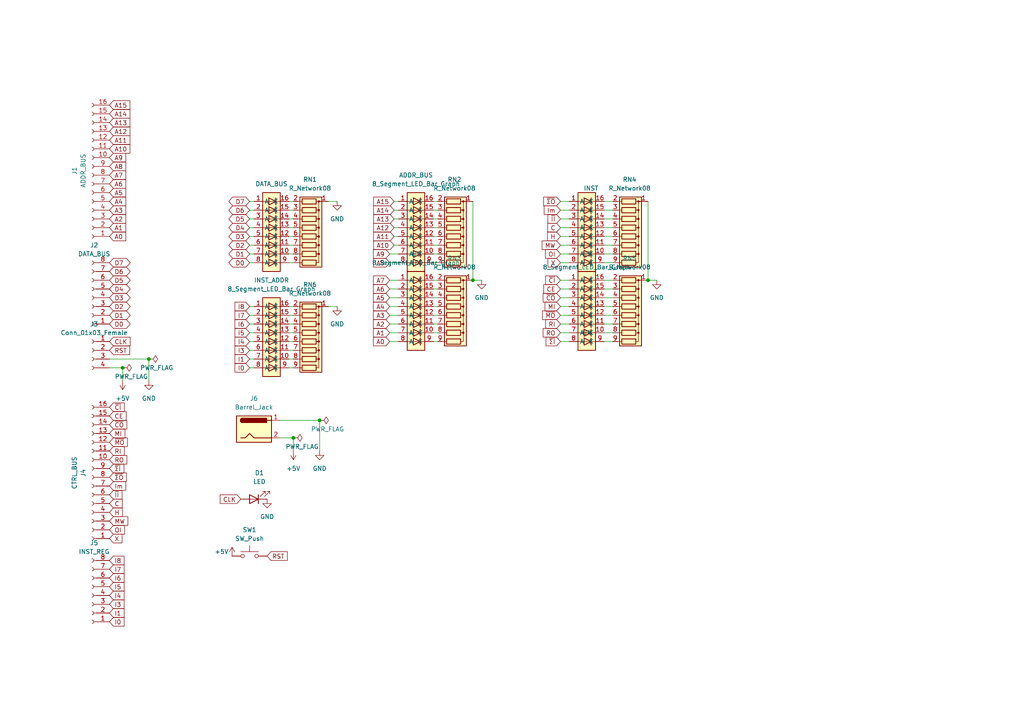
<source format=kicad_sch>
(kicad_sch (version 20211123) (generator eeschema)
  (paper "A4")
  (lib_symbols
    (symbol "Connector:Barrel_Jack" (pin_names (offset 1.016))
      (property "Reference" "J" (at 0 5.334 0))
      (property "Value" "Barrel_Jack" (at 0 -5.08 0))
      (symbol "Barrel_Jack_0_1"
        (rectangle (start -5.08 3.81) (end 5.08 -3.81) (stroke (width 0.254)) (fill (type background)))
        (arc (start -3.302 3.175) (mid -3.937 2.54) (end -3.302 1.905) (stroke (width 0.254)))
        (arc (start -3.302 3.175) (mid -3.937 2.54) (end -3.302 1.905) (stroke (width 0.254)) (fill (type outline)))
        (polyline (pts (xy 5.08 2.54) (xy 3.81 2.54)) (stroke (width 0.254)))
        (polyline (pts (xy -3.81 -2.54) (xy -2.54 -2.54) (xy -1.27 -1.27) (xy 0 -2.54) (xy 2.54 -2.54) (xy 5.08 -2.54)) (stroke (width 0.254)))
        (rectangle (start 3.683 3.175) (end -3.302 1.905) (stroke (width 0.254)) (fill (type outline)))
      )
      (symbol "Barrel_Jack_1_1"
        (pin passive line (at 7.62 2.54 180) (length 2.54) (name "~") (number "1"))
        (pin passive line (at 7.62 -2.54 180) (length 2.54) (name "~") (number "2"))
      )
    )
    (symbol "Connector:Conn_01x04_Female" (pin_names (offset 1.016) hide)
      (property "Reference" "J" (at 0 5.08 0))
      (property "Value" "Conn_01x04_Female" (at 0 -7.62 0))
      (symbol "Conn_01x04_Female_1_1"
        (arc (start 0 -4.572) (mid -0.508 -5.08) (end 0 -5.588) (stroke (width 0.1524)))
        (arc (start 0 -2.032) (mid -0.508 -2.54) (end 0 -3.048) (stroke (width 0.1524)))
        (polyline (pts (xy -1.27 -5.08) (xy -0.508 -5.08)) (stroke (width 0.1524)))
        (polyline (pts (xy -1.27 -2.54) (xy -0.508 -2.54)) (stroke (width 0.1524)))
        (polyline (pts (xy -1.27 0) (xy -0.508 0)) (stroke (width 0.1524)))
        (polyline (pts (xy -1.27 2.54) (xy -0.508 2.54)) (stroke (width 0.1524)))
        (arc (start 0 0.508) (mid -0.508 0) (end 0 -0.508) (stroke (width 0.1524)))
        (arc (start 0 3.048) (mid -0.508 2.54) (end 0 2.032) (stroke (width 0.1524)))
        (pin passive line (at -5.08 2.54 0) (length 3.81) (name "Pin_1") (number "1"))
        (pin passive line (at -5.08 0 0) (length 3.81) (name "Pin_2") (number "2"))
        (pin passive line (at -5.08 -2.54 0) (length 3.81) (name "Pin_3") (number "3"))
        (pin passive line (at -5.08 -5.08 0) (length 3.81) (name "Pin_4") (number "4"))
      )
    )
    (symbol "Connector:Conn_01x08_Female" (pin_names (offset 1.016) hide)
      (property "Reference" "J" (at 0 10.16 0))
      (property "Value" "Conn_01x08_Female" (at 0 -12.7 0))
      (symbol "Conn_01x08_Female_1_1"
        (arc (start 0 -9.652) (mid -0.508 -10.16) (end 0 -10.668) (stroke (width 0.1524)))
        (arc (start 0 -7.112) (mid -0.508 -7.62) (end 0 -8.128) (stroke (width 0.1524)))
        (arc (start 0 -4.572) (mid -0.508 -5.08) (end 0 -5.588) (stroke (width 0.1524)))
        (arc (start 0 -2.032) (mid -0.508 -2.54) (end 0 -3.048) (stroke (width 0.1524)))
        (polyline (pts (xy -1.27 -10.16) (xy -0.508 -10.16)) (stroke (width 0.1524)))
        (polyline (pts (xy -1.27 -7.62) (xy -0.508 -7.62)) (stroke (width 0.1524)))
        (polyline (pts (xy -1.27 -5.08) (xy -0.508 -5.08)) (stroke (width 0.1524)))
        (polyline (pts (xy -1.27 -2.54) (xy -0.508 -2.54)) (stroke (width 0.1524)))
        (polyline (pts (xy -1.27 0) (xy -0.508 0)) (stroke (width 0.1524)))
        (polyline (pts (xy -1.27 2.54) (xy -0.508 2.54)) (stroke (width 0.1524)))
        (polyline (pts (xy -1.27 5.08) (xy -0.508 5.08)) (stroke (width 0.1524)))
        (polyline (pts (xy -1.27 7.62) (xy -0.508 7.62)) (stroke (width 0.1524)))
        (arc (start 0 0.508) (mid -0.508 0) (end 0 -0.508) (stroke (width 0.1524)))
        (arc (start 0 3.048) (mid -0.508 2.54) (end 0 2.032) (stroke (width 0.1524)))
        (arc (start 0 5.588) (mid -0.508 5.08) (end 0 4.572) (stroke (width 0.1524)))
        (arc (start 0 8.128) (mid -0.508 7.62) (end 0 7.112) (stroke (width 0.1524)))
        (pin passive line (at -5.08 7.62 0) (length 3.81) (name "Pin_1") (number "1"))
        (pin passive line (at -5.08 5.08 0) (length 3.81) (name "Pin_2") (number "2"))
        (pin passive line (at -5.08 2.54 0) (length 3.81) (name "Pin_3") (number "3"))
        (pin passive line (at -5.08 0 0) (length 3.81) (name "Pin_4") (number "4"))
        (pin passive line (at -5.08 -2.54 0) (length 3.81) (name "Pin_5") (number "5"))
        (pin passive line (at -5.08 -5.08 0) (length 3.81) (name "Pin_6") (number "6"))
        (pin passive line (at -5.08 -7.62 0) (length 3.81) (name "Pin_7") (number "7"))
        (pin passive line (at -5.08 -10.16 0) (length 3.81) (name "Pin_8") (number "8"))
      )
    )
    (symbol "Connector:Conn_01x16_Female" (pin_names (offset 1.016) hide)
      (property "Reference" "J" (at 0 20.32 0))
      (property "Value" "Conn_01x16_Female" (at 0 -22.86 0))
      (symbol "Conn_01x16_Female_1_1"
        (arc (start 0 -19.812) (mid -0.508 -20.32) (end 0 -20.828) (stroke (width 0.1524)))
        (arc (start 0 -17.272) (mid -0.508 -17.78) (end 0 -18.288) (stroke (width 0.1524)))
        (arc (start 0 -14.732) (mid -0.508 -15.24) (end 0 -15.748) (stroke (width 0.1524)))
        (arc (start 0 -12.192) (mid -0.508 -12.7) (end 0 -13.208) (stroke (width 0.1524)))
        (arc (start 0 -9.652) (mid -0.508 -10.16) (end 0 -10.668) (stroke (width 0.1524)))
        (arc (start 0 -7.112) (mid -0.508 -7.62) (end 0 -8.128) (stroke (width 0.1524)))
        (arc (start 0 -4.572) (mid -0.508 -5.08) (end 0 -5.588) (stroke (width 0.1524)))
        (arc (start 0 -2.032) (mid -0.508 -2.54) (end 0 -3.048) (stroke (width 0.1524)))
        (polyline (pts (xy -1.27 -20.32) (xy -0.508 -20.32)) (stroke (width 0.1524)))
        (polyline (pts (xy -1.27 -17.78) (xy -0.508 -17.78)) (stroke (width 0.1524)))
        (polyline (pts (xy -1.27 -15.24) (xy -0.508 -15.24)) (stroke (width 0.1524)))
        (polyline (pts (xy -1.27 -12.7) (xy -0.508 -12.7)) (stroke (width 0.1524)))
        (polyline (pts (xy -1.27 -10.16) (xy -0.508 -10.16)) (stroke (width 0.1524)))
        (polyline (pts (xy -1.27 -7.62) (xy -0.508 -7.62)) (stroke (width 0.1524)))
        (polyline (pts (xy -1.27 -5.08) (xy -0.508 -5.08)) (stroke (width 0.1524)))
        (polyline (pts (xy -1.27 -2.54) (xy -0.508 -2.54)) (stroke (width 0.1524)))
        (polyline (pts (xy -1.27 0) (xy -0.508 0)) (stroke (width 0.1524)))
        (polyline (pts (xy -1.27 2.54) (xy -0.508 2.54)) (stroke (width 0.1524)))
        (polyline (pts (xy -1.27 5.08) (xy -0.508 5.08)) (stroke (width 0.1524)))
        (polyline (pts (xy -1.27 7.62) (xy -0.508 7.62)) (stroke (width 0.1524)))
        (polyline (pts (xy -1.27 10.16) (xy -0.508 10.16)) (stroke (width 0.1524)))
        (polyline (pts (xy -1.27 12.7) (xy -0.508 12.7)) (stroke (width 0.1524)))
        (polyline (pts (xy -1.27 15.24) (xy -0.508 15.24)) (stroke (width 0.1524)))
        (polyline (pts (xy -1.27 17.78) (xy -0.508 17.78)) (stroke (width 0.1524)))
        (arc (start 0 0.508) (mid -0.508 0) (end 0 -0.508) (stroke (width 0.1524)))
        (arc (start 0 3.048) (mid -0.508 2.54) (end 0 2.032) (stroke (width 0.1524)))
        (arc (start 0 5.588) (mid -0.508 5.08) (end 0 4.572) (stroke (width 0.1524)))
        (arc (start 0 8.128) (mid -0.508 7.62) (end 0 7.112) (stroke (width 0.1524)))
        (arc (start 0 10.668) (mid -0.508 10.16) (end 0 9.652) (stroke (width 0.1524)))
        (arc (start 0 13.208) (mid -0.508 12.7) (end 0 12.192) (stroke (width 0.1524)))
        (arc (start 0 15.748) (mid -0.508 15.24) (end 0 14.732) (stroke (width 0.1524)))
        (arc (start 0 18.288) (mid -0.508 17.78) (end 0 17.272) (stroke (width 0.1524)))
        (pin passive line (at -5.08 17.78 0) (length 3.81) (name "Pin_1") (number "1"))
        (pin passive line (at -5.08 -5.08 0) (length 3.81) (name "Pin_10") (number "10"))
        (pin passive line (at -5.08 -7.62 0) (length 3.81) (name "Pin_11") (number "11"))
        (pin passive line (at -5.08 -10.16 0) (length 3.81) (name "Pin_12") (number "12"))
        (pin passive line (at -5.08 -12.7 0) (length 3.81) (name "Pin_13") (number "13"))
        (pin passive line (at -5.08 -15.24 0) (length 3.81) (name "Pin_14") (number "14"))
        (pin passive line (at -5.08 -17.78 0) (length 3.81) (name "Pin_15") (number "15"))
        (pin passive line (at -5.08 -20.32 0) (length 3.81) (name "Pin_16") (number "16"))
        (pin passive line (at -5.08 15.24 0) (length 3.81) (name "Pin_2") (number "2"))
        (pin passive line (at -5.08 12.7 0) (length 3.81) (name "Pin_3") (number "3"))
        (pin passive line (at -5.08 10.16 0) (length 3.81) (name "Pin_4") (number "4"))
        (pin passive line (at -5.08 7.62 0) (length 3.81) (name "Pin_5") (number "5"))
        (pin passive line (at -5.08 5.08 0) (length 3.81) (name "Pin_6") (number "6"))
        (pin passive line (at -5.08 2.54 0) (length 3.81) (name "Pin_7") (number "7"))
        (pin passive line (at -5.08 0 0) (length 3.81) (name "Pin_8") (number "8"))
        (pin passive line (at -5.08 -2.54 0) (length 3.81) (name "Pin_9") (number "9"))
      )
    )
    (symbol "Device:LED" (pin_numbers hide) (pin_names (offset 1.016) hide)
      (property "Reference" "D" (at 0 2.54 0))
      (property "Value" "LED" (at 0 -2.54 0))
      (symbol "LED_0_1"
        (polyline (pts (xy -1.27 -1.27) (xy -1.27 1.27)) (stroke (width 0.254)))
        (polyline (pts (xy -1.27 0) (xy 1.27 0)))
        (polyline (pts (xy 1.27 -1.27) (xy 1.27 1.27) (xy -1.27 0) (xy 1.27 -1.27)) (stroke (width 0.254)))
        (polyline (pts (xy -3.048 -0.762) (xy -4.572 -2.286) (xy -3.81 -2.286) (xy -4.572 -2.286) (xy -4.572 -1.524)))
        (polyline (pts (xy -1.778 -0.762) (xy -3.302 -2.286) (xy -2.54 -2.286) (xy -3.302 -2.286) (xy -3.302 -1.524)))
      )
      (symbol "LED_1_1"
        (pin passive line (at -3.81 0 0) (length 2.54) (name "K") (number "1"))
        (pin passive line (at 3.81 0 180) (length 2.54) (name "A") (number "2"))
      )
    )
    (symbol "Device:R_Network08" (pin_names (offset 0) hide)
      (property "Reference" "RN" (at -12.7 0 90))
      (property "Value" "R_Network08" (at 10.16 0 90))
      (symbol "R_Network08_0_1"
        (rectangle (start -11.43 -3.175) (end 8.89 3.175) (stroke (width 0.254)) (fill (type background)))
        (rectangle (start -10.922 1.524) (end -9.398 -2.54) (stroke (width 0.254)))
        (circle (center -10.16 2.286) (radius 0.254) (fill (type outline)))
        (rectangle (start -8.382 1.524) (end -6.858 -2.54) (stroke (width 0.254)))
        (circle (center -7.62 2.286) (radius 0.254) (fill (type outline)))
        (rectangle (start -5.842 1.524) (end -4.318 -2.54) (stroke (width 0.254)))
        (circle (center -5.08 2.286) (radius 0.254) (fill (type outline)))
        (rectangle (start -3.302 1.524) (end -1.778 -2.54) (stroke (width 0.254)))
        (circle (center -2.54 2.286) (radius 0.254) (fill (type outline)))
        (rectangle (start -0.762 1.524) (end 0.762 -2.54) (stroke (width 0.254)))
        (polyline (pts (xy -10.16 -2.54) (xy -10.16 -3.81)))
        (polyline (pts (xy -7.62 -2.54) (xy -7.62 -3.81)))
        (polyline (pts (xy -5.08 -2.54) (xy -5.08 -3.81)))
        (polyline (pts (xy -2.54 -2.54) (xy -2.54 -3.81)))
        (polyline (pts (xy 0 -2.54) (xy 0 -3.81)))
        (polyline (pts (xy 2.54 -2.54) (xy 2.54 -3.81)))
        (polyline (pts (xy 5.08 -2.54) (xy 5.08 -3.81)))
        (polyline (pts (xy 7.62 -2.54) (xy 7.62 -3.81)))
        (polyline (pts (xy -10.16 1.524) (xy -10.16 2.286) (xy -7.62 2.286) (xy -7.62 1.524)))
        (polyline (pts (xy -7.62 1.524) (xy -7.62 2.286) (xy -5.08 2.286) (xy -5.08 1.524)))
        (polyline (pts (xy -5.08 1.524) (xy -5.08 2.286) (xy -2.54 2.286) (xy -2.54 1.524)))
        (polyline (pts (xy -2.54 1.524) (xy -2.54 2.286) (xy 0 2.286) (xy 0 1.524)))
        (polyline (pts (xy 0 1.524) (xy 0 2.286) (xy 2.54 2.286) (xy 2.54 1.524)))
        (polyline (pts (xy 2.54 1.524) (xy 2.54 2.286) (xy 5.08 2.286) (xy 5.08 1.524)))
        (polyline (pts (xy 5.08 1.524) (xy 5.08 2.286) (xy 7.62 2.286) (xy 7.62 1.524)))
        (circle (center 0 2.286) (radius 0.254) (fill (type outline)))
        (rectangle (start 1.778 1.524) (end 3.302 -2.54) (stroke (width 0.254)))
        (circle (center 2.54 2.286) (radius 0.254) (fill (type outline)))
        (rectangle (start 4.318 1.524) (end 5.842 -2.54) (stroke (width 0.254)))
        (circle (center 5.08 2.286) (radius 0.254) (fill (type outline)))
        (rectangle (start 6.858 1.524) (end 8.382 -2.54) (stroke (width 0.254)))
      )
      (symbol "R_Network08_1_1"
        (pin passive line (at -10.16 5.08 270) (length 2.54) (name "common") (number "1"))
        (pin passive line (at -10.16 -5.08 90) (length 1.27) (name "R1") (number "2"))
        (pin passive line (at -7.62 -5.08 90) (length 1.27) (name "R2") (number "3"))
        (pin passive line (at -5.08 -5.08 90) (length 1.27) (name "R3") (number "4"))
        (pin passive line (at -2.54 -5.08 90) (length 1.27) (name "R4") (number "5"))
        (pin passive line (at 0 -5.08 90) (length 1.27) (name "R5") (number "6"))
        (pin passive line (at 2.54 -5.08 90) (length 1.27) (name "R6") (number "7"))
        (pin passive line (at 5.08 -5.08 90) (length 1.27) (name "R7") (number "8"))
        (pin passive line (at 7.62 -5.08 90) (length 1.27) (name "R8") (number "9"))
      )
    )
    (symbol "LED:8_Segment_LED_Bar_Graph"
      (property "Reference" "U" (at 0 0 0))
      (property "Value" "8_Segment_LED_Bar_Graph" (at 0 0 0))
      (symbol "8_Segment_LED_Bar_Graph_0_1"
        (rectangle (start -2.54 13.97) (end 2.54 -8.89) (stroke (width 0.254)) (fill (type background)))
        (polyline (pts (xy -2.54 -6.35) (xy 2.54 -6.35)))
        (polyline (pts (xy -2.54 -3.81) (xy 2.54 -3.81)))
        (polyline (pts (xy -2.54 1.27) (xy 2.54 1.27)))
        (polyline (pts (xy -2.54 6.35) (xy 2.54 6.35)))
        (polyline (pts (xy -2.54 8.89) (xy 2.54 8.89)))
        (polyline (pts (xy -2.54 11.43) (xy 2.54 11.43)))
        (polyline (pts (xy 1.27 -5.334) (xy 1.27 -7.366)) (stroke (width 0.254)))
        (polyline (pts (xy 1.27 -2.794) (xy 1.27 -4.826)) (stroke (width 0.254)))
        (polyline (pts (xy 1.27 -0.254) (xy 1.27 -2.286)) (stroke (width 0.254)))
        (polyline (pts (xy 1.27 2.286) (xy 1.27 0.254)) (stroke (width 0.254)))
        (polyline (pts (xy 1.27 4.826) (xy 1.27 2.794)) (stroke (width 0.254)))
        (polyline (pts (xy 1.27 7.366) (xy 1.27 5.334)) (stroke (width 0.254)))
        (polyline (pts (xy 1.27 9.906) (xy 1.27 7.874)) (stroke (width 0.254)))
        (polyline (pts (xy 1.27 12.446) (xy 1.27 10.414)) (stroke (width 0.254)))
        (polyline (pts (xy 2.54 -1.27) (xy -2.54 -1.27)))
        (polyline (pts (xy 2.54 3.81) (xy -2.54 3.81)))
        (polyline (pts (xy -0.762 -5.334) (xy -0.762 -7.366) (xy 1.27 -6.35) (xy -0.762 -5.334)) (stroke (width 0.254)))
        (polyline (pts (xy -0.762 -2.794) (xy -0.762 -4.826) (xy 1.27 -3.81) (xy -0.762 -2.794)) (stroke (width 0.254)))
        (polyline (pts (xy -0.762 -0.254) (xy -0.762 -2.286) (xy 1.27 -1.27) (xy -0.762 -0.254)) (stroke (width 0.254)))
        (polyline (pts (xy -0.762 2.286) (xy -0.762 0.254) (xy 1.27 1.27) (xy -0.762 2.286)) (stroke (width 0.254)))
        (polyline (pts (xy -0.762 4.826) (xy -0.762 2.794) (xy 1.27 3.81) (xy -0.762 4.826)) (stroke (width 0.254)))
        (polyline (pts (xy -0.762 7.366) (xy -0.762 5.334) (xy 1.27 6.35) (xy -0.762 7.366)) (stroke (width 0.254)))
        (polyline (pts (xy -0.762 9.906) (xy -0.762 7.874) (xy 1.27 8.89) (xy -0.762 9.906)) (stroke (width 0.254)))
        (polyline (pts (xy -0.762 12.446) (xy -0.762 10.414) (xy 1.27 11.43) (xy -0.762 12.446)) (stroke (width 0.254)))
      )
      (symbol "8_Segment_LED_Bar_Graph_1_1"
        (pin passive line (at -5.08 11.43 0) (length 2.54) (name "A") (number "1"))
        (pin passive line (at 5.08 -3.81 180) (length 2.54) (name "K") (number "10"))
        (pin passive line (at 5.08 -1.27 180) (length 2.54) (name "K") (number "11"))
        (pin passive line (at 5.08 1.27 180) (length 2.54) (name "K") (number "12"))
        (pin passive line (at 5.08 3.81 180) (length 2.54) (name "K") (number "13"))
        (pin passive line (at 5.08 6.35 180) (length 2.54) (name "K") (number "14"))
        (pin passive line (at 5.08 8.89 180) (length 2.54) (name "K") (number "15"))
        (pin passive line (at 5.08 11.43 180) (length 2.54) (name "K") (number "16"))
        (pin passive line (at -5.08 8.89 0) (length 2.54) (name "A") (number "2"))
        (pin passive line (at -5.08 6.35 0) (length 2.54) (name "A") (number "3"))
        (pin passive line (at -5.08 3.81 0) (length 2.54) (name "A") (number "4"))
        (pin passive line (at -5.08 1.27 0) (length 2.54) (name "A") (number "5"))
        (pin passive line (at -5.08 -1.27 0) (length 2.54) (name "A") (number "6"))
        (pin passive line (at -5.08 -3.81 0) (length 2.54) (name "A") (number "7"))
        (pin passive line (at -5.08 -6.35 0) (length 2.54) (name "A") (number "8"))
        (pin passive line (at 5.08 -6.35 180) (length 2.54) (name "K") (number "9"))
      )
    )
    (symbol "Switch:SW_Push" (pin_numbers hide) (pin_names (offset 1.016) hide)
      (property "Reference" "SW" (at 1.27 2.54 0))
      (property "Value" "SW_Push" (at 0 -1.524 0))
      (symbol "SW_Push_0_1"
        (circle (center -2.032 0) (radius 0.508))
        (polyline (pts (xy 0 1.27) (xy 0 3.048)))
        (polyline (pts (xy 2.54 1.27) (xy -2.54 1.27)))
        (circle (center 2.032 0) (radius 0.508))
        (pin passive line (at -5.08 0 0) (length 2.54) (name "1") (number "1"))
        (pin passive line (at 5.08 0 180) (length 2.54) (name "2") (number "2"))
      )
    )
    (symbol "power:+5V" (power) (pin_names (offset 0))
      (property "Value" "+5V" (at 0 3.556 0))
      (symbol "+5V_0_1"
        (polyline (pts (xy -0.762 1.27) (xy 0 2.54)))
        (polyline (pts (xy 0 0) (xy 0 2.54)))
        (polyline (pts (xy 0 2.54) (xy 0.762 1.27)))
      )
      (symbol "+5V_1_1"
        (pin power_in line (at 0 0 90) (length 0) hide (name "+5V") (number "1"))
      )
    )
    (symbol "power:GND" (power) (pin_names (offset 0))
      (property "Value" "GND" (at 0 -3.81 0))
      (symbol "GND_0_1"
        (polyline (pts (xy 0 0) (xy 0 -1.27) (xy 1.27 -1.27) (xy 0 -2.54) (xy -1.27 -1.27) (xy 0 -1.27)))
      )
      (symbol "GND_1_1"
        (pin power_in line (at 0 0 270) (length 0) hide (name "GND") (number "1"))
      )
    )
    (symbol "power:PWR_FLAG" (power) (pin_numbers hide) (pin_names (offset 0) hide)
      (property "Value" "PWR_FLAG" (at 0 3.81 0))
      (symbol "PWR_FLAG_0_0"
        (pin power_out line (at 0 0 90) (length 0) (name "pwr") (number "1"))
      )
      (symbol "PWR_FLAG_0_1"
        (polyline (pts (xy 0 0) (xy 0 1.27) (xy -1.016 1.905) (xy 0 2.54) (xy 1.016 1.905) (xy 0 1.27)))
      )
    )
  )
  (junction (at 92.71 121.92))
  (junction (at 187.96 81.28))
  (junction (at 85.09 127))
  (junction (at 137.16 81.28))
  (junction (at 35.56 106.68))
  (junction (at 43.18 104.14))
  (wire (pts (xy 175.26 93.98) (xy 177.8 93.98)))
  (wire (pts (xy 165.1 91.44) (xy 162.56 91.44)))
  (wire (pts (xy 115.57 81.28) (xy 113.03 81.28)))
  (wire (pts (xy 83.82 66.04) (xy 85.09 66.04)))
  (wire (pts (xy 125.73 66.04) (xy 127 66.04)))
  (wire (pts (xy 125.73 58.42) (xy 127 58.42)))
  (wire (pts (xy 165.1 66.04) (xy 162.56 66.04)))
  (wire (pts (xy 83.82 106.68) (xy 85.09 106.68)))
  (wire (pts (xy 175.26 60.96) (xy 177.8 60.96)))
  (wire (pts (xy 125.73 99.06) (xy 127 99.06)))
  (wire (pts (xy 165.1 81.28) (xy 162.56 81.28)))
  (wire (pts (xy 73.66 73.66) (xy 72.39 73.66)))
  (wire (pts (xy 175.26 71.12) (xy 177.8 71.12)))
  (wire (pts (xy 83.82 96.52) (xy 85.09 96.52)))
  (wire (pts (xy 115.57 88.9) (xy 113.03 88.9)))
  (wire (pts (xy 81.28 121.92) (xy 92.71 121.92)))
  (wire (pts (xy 114.3 63.5) (xy 115.57 63.5)))
  (wire (pts (xy 73.66 93.98) (xy 72.39 93.98)))
  (wire (pts (xy 83.82 99.06) (xy 85.09 99.06)))
  (wire (pts (xy 95.25 58.42) (xy 97.79 58.42)))
  (wire (pts (xy 165.1 76.2) (xy 162.56 76.2)))
  (wire (pts (xy 73.66 68.58) (xy 72.39 68.58)))
  (wire (pts (xy 114.3 58.42) (xy 115.57 58.42)))
  (wire (pts (xy 73.66 71.12) (xy 72.39 71.12)))
  (wire (pts (xy 73.66 106.68) (xy 72.39 106.68)))
  (wire (pts (xy 165.1 96.52) (xy 162.56 96.52)))
  (wire (pts (xy 137.16 58.42) (xy 137.16 81.28)))
  (wire (pts (xy 175.26 73.66) (xy 177.8 73.66)))
  (wire (pts (xy 73.66 76.2) (xy 72.39 76.2)))
  (wire (pts (xy 125.73 88.9) (xy 127 88.9)))
  (wire (pts (xy 83.82 71.12) (xy 85.09 71.12)))
  (wire (pts (xy 125.73 63.5) (xy 127 63.5)))
  (wire (pts (xy 73.66 96.52) (xy 72.39 96.52)))
  (wire (pts (xy 175.26 91.44) (xy 177.8 91.44)))
  (wire (pts (xy 175.26 81.28) (xy 177.8 81.28)))
  (wire (pts (xy 165.1 73.66) (xy 162.56 73.66)))
  (wire (pts (xy 115.57 93.98) (xy 113.03 93.98)))
  (wire (pts (xy 43.18 104.14) (xy 43.18 110.49)))
  (wire (pts (xy 165.1 71.12) (xy 162.56 71.12)))
  (wire (pts (xy 114.3 68.58) (xy 115.57 68.58)))
  (wire (pts (xy 73.66 99.06) (xy 72.39 99.06)))
  (wire (pts (xy 165.1 58.42) (xy 162.56 58.42)))
  (wire (pts (xy 125.73 81.28) (xy 127 81.28)))
  (wire (pts (xy 83.82 101.6) (xy 85.09 101.6)))
  (wire (pts (xy 187.96 58.42) (xy 187.96 81.28)))
  (wire (pts (xy 114.3 71.12) (xy 115.57 71.12)))
  (wire (pts (xy 31.75 104.14) (xy 43.18 104.14)))
  (wire (pts (xy 73.66 66.04) (xy 72.39 66.04)))
  (wire (pts (xy 115.57 99.06) (xy 113.03 99.06)))
  (wire (pts (xy 73.66 101.6) (xy 72.39 101.6)))
  (wire (pts (xy 165.1 60.96) (xy 162.56 60.96)))
  (wire (pts (xy 125.73 71.12) (xy 127 71.12)))
  (wire (pts (xy 175.26 88.9) (xy 177.8 88.9)))
  (wire (pts (xy 175.26 58.42) (xy 177.8 58.42)))
  (wire (pts (xy 113.03 76.2) (xy 115.57 76.2)))
  (wire (pts (xy 73.66 63.5) (xy 72.39 63.5)))
  (wire (pts (xy 113.03 73.66) (xy 115.57 73.66)))
  (wire (pts (xy 125.73 76.2) (xy 127 76.2)))
  (wire (pts (xy 175.26 68.58) (xy 177.8 68.58)))
  (wire (pts (xy 125.73 91.44) (xy 127 91.44)))
  (wire (pts (xy 115.57 86.36) (xy 113.03 86.36)))
  (wire (pts (xy 125.73 83.82) (xy 127 83.82)))
  (wire (pts (xy 114.3 66.04) (xy 115.57 66.04)))
  (wire (pts (xy 165.1 93.98) (xy 162.56 93.98)))
  (wire (pts (xy 85.09 127) (xy 85.09 130.81)))
  (wire (pts (xy 137.16 81.28) (xy 139.7 81.28)))
  (wire (pts (xy 175.26 63.5) (xy 177.8 63.5)))
  (wire (pts (xy 165.1 68.58) (xy 162.56 68.58)))
  (wire (pts (xy 175.26 66.04) (xy 177.8 66.04)))
  (wire (pts (xy 115.57 83.82) (xy 113.03 83.82)))
  (wire (pts (xy 115.57 96.52) (xy 113.03 96.52)))
  (wire (pts (xy 83.82 60.96) (xy 85.09 60.96)))
  (wire (pts (xy 73.66 91.44) (xy 72.39 91.44)))
  (wire (pts (xy 165.1 99.06) (xy 162.56 99.06)))
  (wire (pts (xy 83.82 73.66) (xy 85.09 73.66)))
  (wire (pts (xy 83.82 63.5) (xy 85.09 63.5)))
  (wire (pts (xy 81.28 127) (xy 85.09 127)))
  (wire (pts (xy 73.66 60.96) (xy 72.39 60.96)))
  (wire (pts (xy 95.25 88.9) (xy 97.79 88.9)))
  (wire (pts (xy 73.66 58.42) (xy 72.39 58.42)))
  (wire (pts (xy 83.82 76.2) (xy 85.09 76.2)))
  (wire (pts (xy 125.73 86.36) (xy 127 86.36)))
  (wire (pts (xy 83.82 88.9) (xy 85.09 88.9)))
  (wire (pts (xy 165.1 63.5) (xy 162.56 63.5)))
  (wire (pts (xy 175.26 76.2) (xy 177.8 76.2)))
  (wire (pts (xy 165.1 86.36) (xy 162.56 86.36)))
  (wire (pts (xy 83.82 58.42) (xy 85.09 58.42)))
  (wire (pts (xy 165.1 83.82) (xy 162.56 83.82)))
  (wire (pts (xy 115.57 91.44) (xy 113.03 91.44)))
  (wire (pts (xy 83.82 104.14) (xy 85.09 104.14)))
  (wire (pts (xy 83.82 93.98) (xy 85.09 93.98)))
  (wire (pts (xy 175.26 96.52) (xy 177.8 96.52)))
  (wire (pts (xy 114.3 60.96) (xy 115.57 60.96)))
  (wire (pts (xy 83.82 91.44) (xy 85.09 91.44)))
  (wire (pts (xy 73.66 88.9) (xy 72.39 88.9)))
  (wire (pts (xy 165.1 88.9) (xy 162.56 88.9)))
  (wire (pts (xy 83.82 68.58) (xy 85.09 68.58)))
  (wire (pts (xy 35.56 106.68) (xy 35.56 110.49)))
  (wire (pts (xy 125.73 68.58) (xy 127 68.58)))
  (wire (pts (xy 175.26 83.82) (xy 177.8 83.82)))
  (wire (pts (xy 175.26 86.36) (xy 177.8 86.36)))
  (wire (pts (xy 125.73 93.98) (xy 127 93.98)))
  (wire (pts (xy 31.75 106.68) (xy 35.56 106.68)))
  (wire (pts (xy 175.26 99.06) (xy 177.8 99.06)))
  (wire (pts (xy 125.73 60.96) (xy 127 60.96)))
  (wire (pts (xy 92.71 121.92) (xy 92.71 130.81)))
  (wire (pts (xy 187.96 81.28) (xy 190.5 81.28)))
  (wire (pts (xy 73.66 104.14) (xy 72.39 104.14)))
  (wire (pts (xy 125.73 73.66) (xy 127 73.66)))
  (wire (pts (xy 125.73 96.52) (xy 127 96.52)))
  (global_label "I1" (shape input) (at 72.39 104.14 180) (property "Intersheet References" "${INTERSHEET_REFS}" (effects hide)))
  (global_label "I3" (shape input) (at 72.39 101.6 180) (property "Intersheet References" "${INTERSHEET_REFS}" (effects hide)))
  (global_label "RO" (shape input) (at 31.75 133.35 0) (property "Intersheet References" "${INTERSHEET_REFS}" (effects hide)))
  (global_label "~{MO}" (shape input) (at 162.56 91.44 180) (property "Intersheet References" "${INTERSHEET_REFS}" (effects hide)))
  (global_label "D0" (shape tri_state) (at 31.75 93.98 0) (property "Intersheet References" "${INTERSHEET_REFS}" (effects hide)))
  (global_label "CLK" (shape input) (at 31.75 99.06 0) (property "Intersheet References" "${INTERSHEET_REFS}" (effects hide)))
  (global_label "D5" (shape tri_state) (at 31.75 81.28 0) (property "Intersheet References" "${INTERSHEET_REFS}" (effects hide)))
  (global_label "I5" (shape input) (at 31.75 170.18 0) (property "Intersheet References" "${INTERSHEET_REFS}" (effects hide)))
  (global_label "A8" (shape input) (at 113.03 76.2 180) (property "Intersheet References" "${INTERSHEET_REFS}" (effects hide)))
  (global_label "A9" (shape input) (at 31.75 45.72 0) (property "Intersheet References" "${INTERSHEET_REFS}" (effects hide)))
  (global_label "I0" (shape input) (at 72.39 106.68 180) (property "Intersheet References" "${INTERSHEET_REFS}" (effects hide)))
  (global_label "~{CI}" (shape input) (at 31.75 118.11 0) (property "Intersheet References" "${INTERSHEET_REFS}" (effects hide)))
  (global_label "A2" (shape input) (at 113.03 93.98 180) (property "Intersheet References" "${INTERSHEET_REFS}" (effects hide)))
  (global_label "~{II}" (shape input) (at 31.75 143.51 0) (property "Intersheet References" "${INTERSHEET_REFS}" (effects hide)))
  (global_label "A6" (shape input) (at 31.75 53.34 0) (property "Intersheet References" "${INTERSHEET_REFS}" (effects hide)))
  (global_label "C" (shape input) (at 162.56 66.04 180) (property "Intersheet References" "${INTERSHEET_REFS}" (effects hide)))
  (global_label "I8" (shape input) (at 31.75 162.56 0) (property "Intersheet References" "${INTERSHEET_REFS}" (effects hide)))
  (global_label "A11" (shape input) (at 114.3 68.58 180) (property "Intersheet References" "${INTERSHEET_REFS}" (effects hide)))
  (global_label "A2" (shape input) (at 31.75 63.5 0) (property "Intersheet References" "${INTERSHEET_REFS}" (effects hide)))
  (global_label "D2" (shape tri_state) (at 31.75 88.9 0) (property "Intersheet References" "${INTERSHEET_REFS}" (effects hide)))
  (global_label "RST" (shape input) (at 77.47 161.29 0) (property "Intersheet References" "${INTERSHEET_REFS}" (effects hide)))
  (global_label "X" (shape input) (at 31.75 156.21 0) (property "Intersheet References" "${INTERSHEET_REFS}" (effects hide)))
  (global_label "MW" (shape input) (at 162.56 71.12 180) (property "Intersheet References" "${INTERSHEET_REFS}" (effects hide)))
  (global_label "~{ΣI}" (shape input) (at 162.56 99.06 180) (property "Intersheet References" "${INTERSHEET_REFS}" (effects hide)))
  (global_label "I4" (shape input) (at 31.75 172.72 0) (property "Intersheet References" "${INTERSHEET_REFS}" (effects hide)))
  (global_label "A15" (shape input) (at 114.3 58.42 180) (property "Intersheet References" "${INTERSHEET_REFS}" (effects hide)))
  (global_label "A13" (shape input) (at 31.75 35.56 0) (property "Intersheet References" "${INTERSHEET_REFS}" (effects hide)))
  (global_label "I8" (shape input) (at 72.39 88.9 180) (property "Intersheet References" "${INTERSHEET_REFS}" (effects hide)))
  (global_label "D0" (shape tri_state) (at 72.39 76.2 180) (property "Intersheet References" "${INTERSHEET_REFS}" (effects hide)))
  (global_label "CLK" (shape input) (at 69.85 144.78 180) (property "Intersheet References" "${INTERSHEET_REFS}" (effects hide)))
  (global_label "A0" (shape input) (at 31.75 68.58 0) (property "Intersheet References" "${INTERSHEET_REFS}" (effects hide)))
  (global_label "A12" (shape input) (at 114.3 66.04 180) (property "Intersheet References" "${INTERSHEET_REFS}" (effects hide)))
  (global_label "A14" (shape input) (at 31.75 33.02 0) (property "Intersheet References" "${INTERSHEET_REFS}" (effects hide)))
  (global_label "~{CO}" (shape input) (at 162.56 86.36 180) (property "Intersheet References" "${INTERSHEET_REFS}" (effects hide)))
  (global_label "D1" (shape tri_state) (at 31.75 91.44 0) (property "Intersheet References" "${INTERSHEET_REFS}" (effects hide)))
  (global_label "A3" (shape input) (at 113.03 91.44 180) (property "Intersheet References" "${INTERSHEET_REFS}" (effects hide)))
  (global_label "I4" (shape input) (at 72.39 99.06 180) (property "Intersheet References" "${INTERSHEET_REFS}" (effects hide)))
  (global_label "~{CI}" (shape input) (at 162.56 81.28 180) (property "Intersheet References" "${INTERSHEET_REFS}" (effects hide)))
  (global_label "RI" (shape input) (at 31.75 130.81 0) (property "Intersheet References" "${INTERSHEET_REFS}" (effects hide)))
  (global_label "X" (shape input) (at 162.56 76.2 180) (property "Intersheet References" "${INTERSHEET_REFS}" (effects hide)))
  (global_label "A15" (shape input) (at 31.75 30.48 0) (property "Intersheet References" "${INTERSHEET_REFS}" (effects hide)))
  (global_label "A5" (shape input) (at 31.75 55.88 0) (property "Intersheet References" "${INTERSHEET_REFS}" (effects hide)))
  (global_label "A8" (shape input) (at 31.75 48.26 0) (property "Intersheet References" "${INTERSHEET_REFS}" (effects hide)))
  (global_label "D5" (shape tri_state) (at 72.39 63.5 180) (property "Intersheet References" "${INTERSHEET_REFS}" (effects hide)))
  (global_label "A1" (shape input) (at 31.75 66.04 0) (property "Intersheet References" "${INTERSHEET_REFS}" (effects hide)))
  (global_label "A11" (shape input) (at 31.75 40.64 0) (property "Intersheet References" "${INTERSHEET_REFS}" (effects hide)))
  (global_label "D6" (shape tri_state) (at 31.75 78.74 0) (property "Intersheet References" "${INTERSHEET_REFS}" (effects hide)))
  (global_label "I0" (shape input) (at 31.75 180.34 0) (property "Intersheet References" "${INTERSHEET_REFS}" (effects hide)))
  (global_label "D3" (shape tri_state) (at 72.39 68.58 180) (property "Intersheet References" "${INTERSHEET_REFS}" (effects hide)))
  (global_label "A7" (shape input) (at 31.75 50.8 0) (property "Intersheet References" "${INTERSHEET_REFS}" (effects hide)))
  (global_label "OI" (shape input) (at 31.75 153.67 0) (property "Intersheet References" "${INTERSHEET_REFS}" (effects hide)))
  (global_label "~{ΣO}" (shape input) (at 31.75 138.43 0) (property "Intersheet References" "${INTERSHEET_REFS}" (effects hide)))
  (global_label "A4" (shape input) (at 31.75 58.42 0) (property "Intersheet References" "${INTERSHEET_REFS}" (effects hide)))
  (global_label "~{ΣO}" (shape input) (at 162.56 58.42 180) (property "Intersheet References" "${INTERSHEET_REFS}" (effects hide)))
  (global_label "I7" (shape input) (at 72.39 91.44 180) (property "Intersheet References" "${INTERSHEET_REFS}" (effects hide)))
  (global_label "A7" (shape input) (at 113.03 81.28 180) (property "Intersheet References" "${INTERSHEET_REFS}" (effects hide)))
  (global_label "CE" (shape input) (at 31.75 120.65 0) (property "Intersheet References" "${INTERSHEET_REFS}" (effects hide)))
  (global_label "A13" (shape input) (at 114.3 63.5 180) (property "Intersheet References" "${INTERSHEET_REFS}" (effects hide)))
  (global_label "I6" (shape input) (at 31.75 167.64 0) (property "Intersheet References" "${INTERSHEET_REFS}" (effects hide)))
  (global_label "~{ΣI}" (shape input) (at 31.75 135.89 0) (property "Intersheet References" "${INTERSHEET_REFS}" (effects hide)))
  (global_label "A5" (shape input) (at 113.03 86.36 180) (property "Intersheet References" "${INTERSHEET_REFS}" (effects hide)))
  (global_label "I5" (shape input) (at 72.39 96.52 180) (property "Intersheet References" "${INTERSHEET_REFS}" (effects hide)))
  (global_label "RST" (shape input) (at 31.75 101.6 0) (property "Intersheet References" "${INTERSHEET_REFS}" (effects hide)))
  (global_label "Im" (shape input) (at 162.56 60.96 180) (property "Intersheet References" "${INTERSHEET_REFS}" (effects hide)))
  (global_label "A6" (shape input) (at 113.03 83.82 180) (property "Intersheet References" "${INTERSHEET_REFS}" (effects hide)))
  (global_label "A9" (shape input) (at 113.03 73.66 180) (property "Intersheet References" "${INTERSHEET_REFS}" (effects hide)))
  (global_label "D3" (shape tri_state) (at 31.75 86.36 0) (property "Intersheet References" "${INTERSHEET_REFS}" (effects hide)))
  (global_label "RI" (shape input) (at 162.56 93.98 180) (property "Intersheet References" "${INTERSHEET_REFS}" (effects hide)))
  (global_label "I7" (shape input) (at 31.75 165.1 0) (property "Intersheet References" "${INTERSHEET_REFS}" (effects hide)))
  (global_label "OI" (shape input) (at 162.56 73.66 180) (property "Intersheet References" "${INTERSHEET_REFS}" (effects hide)))
  (global_label "A3" (shape input) (at 31.75 60.96 0) (property "Intersheet References" "${INTERSHEET_REFS}" (effects hide)))
  (global_label "~{II}" (shape input) (at 162.56 63.5 180) (property "Intersheet References" "${INTERSHEET_REFS}" (effects hide)))
  (global_label "A0" (shape input) (at 113.03 99.06 180) (property "Intersheet References" "${INTERSHEET_REFS}" (effects hide)))
  (global_label "I1" (shape input) (at 31.75 177.8 0) (property "Intersheet References" "${INTERSHEET_REFS}" (effects hide)))
  (global_label "~{MO}" (shape input) (at 31.75 128.27 0) (property "Intersheet References" "${INTERSHEET_REFS}" (effects hide)))
  (global_label "I6" (shape input) (at 72.39 93.98 180) (property "Intersheet References" "${INTERSHEET_REFS}" (effects hide)))
  (global_label "MI" (shape input) (at 31.75 125.73 0) (property "Intersheet References" "${INTERSHEET_REFS}" (effects hide)))
  (global_label "CE" (shape input) (at 162.56 83.82 180) (property "Intersheet References" "${INTERSHEET_REFS}" (effects hide)))
  (global_label "C" (shape input) (at 31.75 146.05 0) (property "Intersheet References" "${INTERSHEET_REFS}" (effects hide)))
  (global_label "D1" (shape tri_state) (at 72.39 73.66 180) (property "Intersheet References" "${INTERSHEET_REFS}" (effects hide)))
  (global_label "A12" (shape input) (at 31.75 38.1 0) (property "Intersheet References" "${INTERSHEET_REFS}" (effects hide)))
  (global_label "A1" (shape input) (at 113.03 96.52 180) (property "Intersheet References" "${INTERSHEET_REFS}" (effects hide)))
  (global_label "A10" (shape input) (at 31.75 43.18 0) (property "Intersheet References" "${INTERSHEET_REFS}" (effects hide)))
  (global_label "RO" (shape input) (at 162.56 96.52 180) (property "Intersheet References" "${INTERSHEET_REFS}" (effects hide)))
  (global_label "I3" (shape input) (at 31.75 175.26 0) (property "Intersheet References" "${INTERSHEET_REFS}" (effects hide)))
  (global_label "D2" (shape tri_state) (at 72.39 71.12 180) (property "Intersheet References" "${INTERSHEET_REFS}" (effects hide)))
  (global_label "H" (shape input) (at 162.56 68.58 180) (property "Intersheet References" "${INTERSHEET_REFS}" (effects hide)))
  (global_label "D4" (shape tri_state) (at 72.39 66.04 180) (property "Intersheet References" "${INTERSHEET_REFS}" (effects hide)))
  (global_label "D6" (shape tri_state) (at 72.39 60.96 180) (property "Intersheet References" "${INTERSHEET_REFS}" (effects hide)))
  (global_label "D4" (shape tri_state) (at 31.75 83.82 0) (property "Intersheet References" "${INTERSHEET_REFS}" (effects hide)))
  (global_label "D7" (shape tri_state) (at 31.75 76.2 0) (property "Intersheet References" "${INTERSHEET_REFS}" (effects hide)))
  (global_label "A14" (shape input) (at 114.3 60.96 180) (property "Intersheet References" "${INTERSHEET_REFS}" (effects hide)))
  (global_label "Im" (shape input) (at 31.75 140.97 0) (property "Intersheet References" "${INTERSHEET_REFS}" (effects hide)))
  (global_label "MI" (shape input) (at 162.56 88.9 180) (property "Intersheet References" "${INTERSHEET_REFS}" (effects hide)))
  (global_label "D7" (shape tri_state) (at 72.39 58.42 180) (property "Intersheet References" "${INTERSHEET_REFS}" (effects hide)))
  (global_label "A10" (shape input) (at 114.3 71.12 180) (property "Intersheet References" "${INTERSHEET_REFS}" (effects hide)))
  (global_label "H" (shape input) (at 31.75 148.59 0) (property "Intersheet References" "${INTERSHEET_REFS}" (effects hide)))
  (global_label "MW" (shape input) (at 31.75 151.13 0) (property "Intersheet References" "${INTERSHEET_REFS}" (effects hide)))
  (global_label "~{CO}" (shape input) (at 31.75 123.19 0) (property "Intersheet References" "${INTERSHEET_REFS}" (effects hide)))
  (global_label "A4" (shape input) (at 113.03 88.9 180) (property "Intersheet References" "${INTERSHEET_REFS}" (effects hide)))
  (symbol (lib_id "LED:8_Segment_LED_Bar_Graph") (at 170.18 69.85 0) (unit 1)
    (property "Reference" "U4" (at 170.18 96.52 0))
    (property "Value" "INST" (at 171.45 54.61 0))
    (property "Footprint" "Display:8-SEGMENT_LED" (effects hide))
  )
  (symbol (lib_id "Device:R_Network08") (at 132.08 68.58 270) (unit 1)
    (property "Reference" "RN2" (at 131.826 52.07 90))
    (property "Value" "R_Network08" (at 131.826 54.61 90))
    (property "Footprint" "Resistor_THT:R_Array_SIP9" (effects hide))
    (property "Datasheet" "http://www.vishay.com/docs/31509/csc.pdf" (effects hide))
  )
  (symbol (lib_id "power:PWR_FLAG") (at 85.09 127 270) (unit 1)
    (property "Reference" "#FLG0102" (effects hide))
    (property "Value" "PWR_FLAG" (at 87.63 129.54 90))
  )
  (symbol (lib_id "LED:8_Segment_LED_Bar_Graph") (at 120.65 92.71 0) (unit 1)
    (property "Reference" "U3" (at 120.65 73.66 0))
    (property "Value" "8_Segment_LED_Bar_Graph" (at 120.65 76.2 0))
    (property "Footprint" "Display:8-SEGMENT_LED" (effects hide))
  )
  (symbol (lib_id "Device:R_Network08") (at 90.17 99.06 270) (unit 1)
    (property "Reference" "RN6" (at 89.916 82.55 90))
    (property "Value" "R_Network08" (at 89.916 85.09 90))
    (property "Footprint" "Resistor_THT:R_Array_SIP9" (effects hide))
    (property "Datasheet" "http://www.vishay.com/docs/31509/csc.pdf" (effects hide))
  )
  (symbol (lib_id "power:GND") (at 77.47 144.78 0) (unit 1)
    (property "Reference" "#PWR0103" (effects hide))
    (property "Value" "GND" (at 77.47 149.86 0))
  )
  (symbol (lib_id "Connector:Conn_01x16_Female") (at 26.67 138.43 180) (unit 1)
    (property "Reference" "J4" (at 24.13 137.16 90))
    (property "Value" "CTRL_BUS" (at 21.59 137.16 90))
    (property "Footprint" "Connector_PinSocket_2.54mm:PinSocket_1x16_P2.54mm_Vertical" (effects hide))
  )
  (symbol (lib_id "power:PWR_FLAG") (at 43.18 104.14 270) (unit 1)
    (property "Reference" "#FLG02" (effects hide))
    (property "Value" "PWR_FLAG" (at 40.64 106.68 90) (effects (justify left)))
  )
  (symbol (lib_id "Device:R_Network08") (at 90.17 68.58 270) (unit 1)
    (property "Reference" "RN1" (at 89.916 52.07 90))
    (property "Value" "R_Network08" (at 89.916 54.61 90))
    (property "Footprint" "Resistor_THT:R_Array_SIP9" (effects hide))
    (property "Datasheet" "http://www.vishay.com/docs/31509/csc.pdf" (effects hide))
  )
  (symbol (lib_id "Connector:Barrel_Jack") (at 73.66 124.46 0) (unit 1)
    (property "Reference" "J6" (at 73.66 115.57 0))
    (property "Value" "Barrel_Jack" (at 73.66 118.11 0))
    (property "Footprint" "Connector_BarrelJack:BarrelJack_Horizontal" (effects hide))
  )
  (symbol (lib_id "LED:8_Segment_LED_Bar_Graph") (at 170.18 92.71 0) (unit 1)
    (property "Reference" "U5" (at 170.18 73.66 0))
    (property "Value" "8_Segment_LED_Bar_Graph" (at 170.18 77.47 0))
    (property "Footprint" "Display:8-SEGMENT_LED" (effects hide))
  )
  (symbol (lib_id "Connector:Conn_01x04_Female") (at 26.67 101.6 0) (mirror y) (unit 1)
    (property "Reference" "J3" (at 27.305 93.98 0))
    (property "Value" "Conn_01x03_Female" (at 27.305 96.52 0))
    (property "Footprint" "Connector_PinSocket_2.54mm:PinSocket_1x04_P2.54mm_Vertical" (effects hide))
  )
  (symbol (lib_id "Connector:Conn_01x08_Female") (at 26.67 172.72 180) (unit 1)
    (property "Reference" "J5" (at 27.305 157.48 0))
    (property "Value" "INST_REG" (at 27.305 160.02 0))
    (property "Footprint" "Connector_PinSocket_2.54mm:PinSocket_1x08_P2.54mm_Vertical" (effects hide))
  )
  (symbol (lib_id "power:+5V") (at 85.09 130.81 180) (unit 1)
    (property "Reference" "#PWR0101" (effects hide))
    (property "Value" "+5V" (at 85.09 135.89 0))
  )
  (symbol (lib_id "LED:8_Segment_LED_Bar_Graph") (at 120.65 69.85 0) (unit 1)
    (property "Reference" "ADDR_BUS" (at 120.65 50.8 0))
    (property "Value" "8_Segment_LED_Bar_Graph" (at 120.65 53.34 0))
    (property "Footprint" "Display:8-SEGMENT_LED" (effects hide))
  )
  (symbol (lib_id "Connector:Conn_01x08_Female") (at 26.67 86.36 180) (unit 1)
    (property "Reference" "J2" (at 27.305 71.12 0))
    (property "Value" "DATA_BUS" (at 27.305 73.66 0))
    (property "Footprint" "Connector_PinSocket_2.54mm:PinSocket_1x08_P2.54mm_Vertical" (effects hide))
  )
  (symbol (lib_id "power:GND") (at 139.7 81.28 0) (unit 1)
    (property "Reference" "#PWR04" (effects hide))
    (property "Value" "GND" (at 139.7 86.36 0))
  )
  (symbol (lib_id "power:PWR_FLAG") (at 92.71 121.92 270) (unit 1)
    (property "Reference" "#FLG0101" (effects hide))
    (property "Value" "PWR_FLAG" (at 90.17 124.46 90) (effects (justify left)))
  )
  (symbol (lib_id "LED:8_Segment_LED_Bar_Graph") (at 78.74 69.85 0) (unit 1)
    (property "Reference" "DATA_BUS" (at 78.74 53.34 0))
    (property "Value" "DATA_BUS" (effects hide))
    (property "Footprint" "Display:8-SEGMENT_LED" (effects hide))
  )
  (symbol (lib_id "Switch:SW_Push") (at 72.39 161.29 0) (unit 1)
    (property "Reference" "SW1" (at 72.39 153.67 0))
    (property "Value" "SW_Push" (at 72.39 156.21 0))
    (property "Footprint" "Button_Switch_THT:SW_PUSH_6mm" (effects hide))
  )
  (symbol (lib_id "power:GND") (at 43.18 110.49 0) (unit 1)
    (property "Reference" "#PWR02" (effects hide))
    (property "Value" "GND" (at 43.18 115.57 0))
  )
  (symbol (lib_id "power:PWR_FLAG") (at 35.56 106.68 270) (unit 1)
    (property "Reference" "#FLG01" (effects hide))
    (property "Value" "PWR_FLAG" (at 38.1 109.22 90))
  )
  (symbol (lib_id "power:+5V") (at 35.56 110.49 180) (unit 1)
    (property "Reference" "#PWR01" (effects hide))
    (property "Value" "+5V" (at 35.56 115.57 0))
  )
  (symbol (lib_id "Device:R_Network08") (at 182.88 91.44 270) (unit 1)
    (property "Reference" "RN5" (at 182.626 74.93 90))
    (property "Value" "R_Network08" (at 182.626 77.47 90))
    (property "Footprint" "Resistor_THT:R_Array_SIP9" (effects hide))
    (property "Datasheet" "http://www.vishay.com/docs/31509/csc.pdf" (effects hide))
  )
  (symbol (lib_id "Connector:Conn_01x16_Female") (at 26.67 50.8 180) (unit 1)
    (property "Reference" "J1" (at 21.59 49.53 90))
    (property "Value" "ADDR_BUS" (at 24.13 49.53 90))
    (property "Footprint" "Connector_PinSocket_2.54mm:PinSocket_1x16_P2.54mm_Vertical" (effects hide))
  )
  (symbol (lib_id "power:+5V") (at 67.31 161.29 0) (unit 1)
    (property "Reference" "#PWR0104" (effects hide))
    (property "Value" "+5V" (at 62.23 160.02 0) (effects (justify left)))
  )
  (symbol (lib_id "power:GND") (at 92.71 130.81 0) (unit 1)
    (property "Reference" "#PWR0102" (effects hide))
    (property "Value" "GND" (at 92.71 135.89 0))
  )
  (symbol (lib_id "Device:R_Network08") (at 132.08 91.44 270) (unit 1)
    (property "Reference" "RN3" (at 131.826 74.93 90))
    (property "Value" "R_Network08" (at 131.826 77.47 90))
    (property "Footprint" "Resistor_THT:R_Array_SIP9" (effects hide))
    (property "Datasheet" "http://www.vishay.com/docs/31509/csc.pdf" (effects hide))
  )
  (symbol (lib_id "Device:R_Network08") (at 182.88 68.58 270) (unit 1)
    (property "Reference" "RN4" (at 182.626 52.07 90))
    (property "Value" "R_Network08" (at 182.626 54.61 90))
    (property "Footprint" "Resistor_THT:R_Array_SIP9" (effects hide))
    (property "Datasheet" "http://www.vishay.com/docs/31509/csc.pdf" (effects hide))
  )
  (symbol (lib_id "power:GND") (at 97.79 88.9 0) (unit 1)
    (property "Reference" "#PWR06" (effects hide))
    (property "Value" "GND" (at 97.79 93.98 0))
  )
  (symbol (lib_id "Device:LED") (at 73.66 144.78 180) (unit 1)
    (property "Reference" "D1" (at 75.2475 137.16 0))
    (property "Value" "LED" (at 75.2475 139.7 0))
    (property "Footprint" "Connector_PinHeader_2.54mm:PinHeader_1x02_P2.54mm_Horizontal" (effects hide))
  )
  (symbol (lib_id "power:GND") (at 190.5 81.28 0) (unit 1)
    (property "Reference" "#PWR05" (effects hide))
    (property "Value" "GND" (at 190.5 86.36 0))
  )
  (symbol (lib_id "power:GND") (at 97.79 58.42 0) (unit 1)
    (property "Reference" "#PWR03" (effects hide))
    (property "Value" "GND" (at 97.79 63.5 0))
  )
  (symbol (lib_id "LED:8_Segment_LED_Bar_Graph") (at 78.74 100.33 0) (unit 1)
    (property "Reference" "INST_ADDR" (at 78.74 81.28 0))
    (property "Value" "8_Segment_LED_Bar_Graph" (at 78.74 83.82 0))
    (property "Footprint" "Display:8-SEGMENT_LED" (effects hide))
  )
)
</source>
